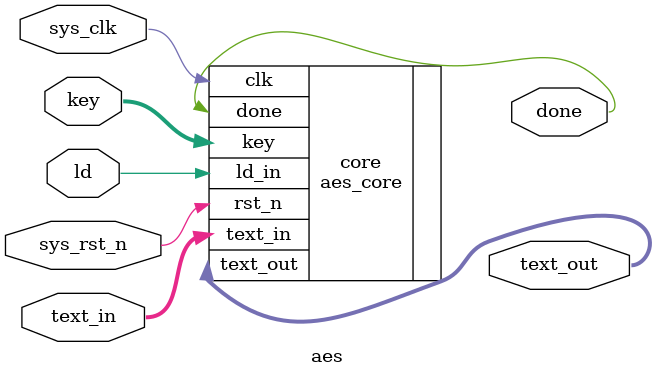
<source format=v>


module aes (
  input  wire         sys_clk,
  input  wire         sys_rst_n,
  input  wire         ld,
  input  wire [0:127] key,
  input  wire [0:127] text_in,
  output wire         done,
  output wire [0:127] text_out
);
  
  aes_core core (
    .clk      (sys_clk   ),
    .rst_n    (sys_rst_n ),
    .ld_in       (ld        ),
    .key      (key       ),
    .text_in  (text_in   ),
    .done     (done      ),
    .text_out (text_out  )
  );
  
endmodule


</source>
